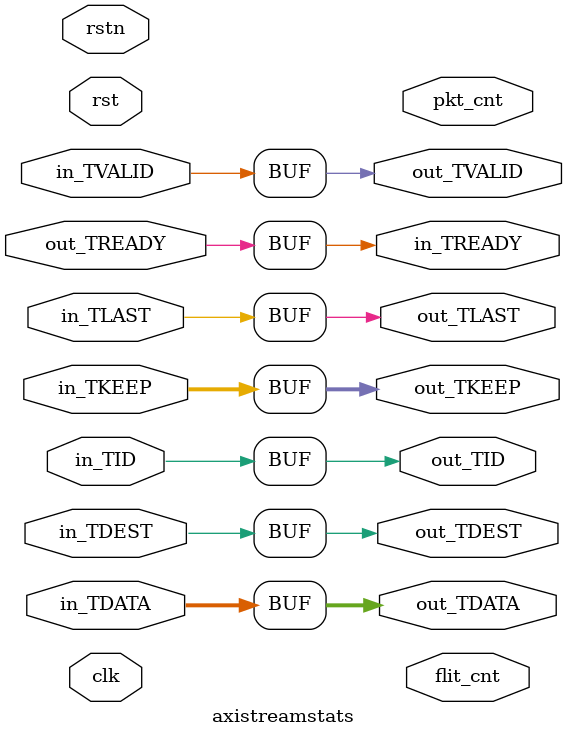
<source format=v>
`timescale 1ns / 1ps

`define NO_RESET    0
`define ACTIVE_HIGH 1
`define ACTIVE_LOW  2

`define genif generate if
`define else_genif end else if
`define endgen end endgenerate

module axistreamstats #(
    parameter DATA_WIDTH = 32,
    parameter CNT_WIDTH = 32,
    parameter RESET_TYPE = `ACTIVE_LOW
) (
    input wire clk,
    //Depending on RESET_TYPE, one or neither of these ports are used
    input wire rst,
    input wire rstn,
    
    //Input AXI Stream. This is just so Vivado makes it an interface and keeps
    //the block diagram simple
    input wire [DATA_WIDTH-1:0] in_TDATA,
    input wire in_TVALID,
    output wire in_TREADY,
    input wire [DATA_WIDTH/8 -1:0] in_TKEEP,
    input wire in_TDEST,
    input wire in_TID,
    input wire in_TLAST,
    
    //Output AXI Stream. This is just so Vivado makes it an interface and keeps
    //the block diagram simple
    output wire [DATA_WIDTH-1:0] out_TDATA,
    output wire out_TVALID,
    input wire out_TREADY,
    output wire [DATA_WIDTH/8 -1:0] out_TKEEP,
    output wire out_TDEST,
    output wire out_TID,
    output wire out_TLAST,
    
    //The flit and packet counts
    output wire [CNT_WIDTH-1:0] flit_cnt,
    output wire [CNT_WIDTH-1:0] pkt_cnt
);

    //First, directly connect the AXI Streams
    assign out_TDATA = in_TDATA;
    assign out_TVALID = in_TVALID;
    assign in_TREADY = out_TREADY;
    assign out_TKEEP = in_TKEEP;
    assign out_TDEST = in_TDEST;
    assign out_TID = in_TID;
    assign out_TLAST = in_TLAST;
    
    //A few helper signals
    wire flit_vld;
    assign flit_vld = in_TVALID && in_TREADY;
    
    wire flit_last;
    assign flit_last = flit_vld && in_TLAST;
    
    //Now do the packet counting
    reg [CNT_WIDTH-1:0] flit_cnt_r = 0;
    reg [CNT_WIDTH-1:0] pkt_cnt_r = 0;
    
`genif (RESET_TYPE == `NO_RESET) begin

    always @(posedge clk) begin
        flit_cnt_r <= flit_cnt_r + flit_vld;
        pkt_cnt_r <= pkt_cnt_r + flit_last;
    end
    
`else_genif (RESET_TYPE == `ACTIVE_HIGH) begin

    always @(posedge clk) begin
        if (rst) begin
            flit_cnt_r <= 0;
            pkt_cnt_r <= 0;
        end else begin
            flit_cnt_r <= flit_cnt_r + flit_vld;
            pkt_cnt_r <= pkt_cnt_r + flit_last;
        end
    end
    
`else_genif (RESET_TYPE == `ACTIVE_LOW) begin

    always @(posedge clk) begin
        if (!rstn) begin
            flit_cnt_r <= 0;
            pkt_cnt_r <= 0;
        end else begin
            flit_cnt_r <= flit_cnt_r + flit_vld;
            pkt_cnt_r <= pkt_cnt_r + flit_last;
        end
    end
    
`endgen
    
endmodule
    
`undef genif
`undef else_genif
`undef endgen

`undef NO_RESET
`undef ACTIVE_HIGH
`undef ACTIVE_LOW

</source>
